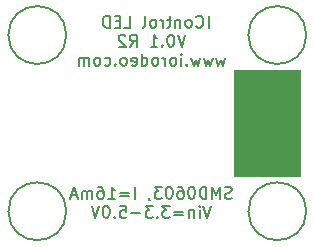
<source format=gbo>
%TF.GenerationSoftware,KiCad,Pcbnew,9.0.1-9.0.1-0~ubuntu22.04.1*%
%TF.CreationDate,2025-09-19T12:19:46-07:00*%
%TF.ProjectId,SMD0603_16mA,534d4430-3630-4335-9f31-366d412e6b69,rev?*%
%TF.SameCoordinates,Original*%
%TF.FileFunction,Legend,Bot*%
%TF.FilePolarity,Positive*%
%FSLAX46Y46*%
G04 Gerber Fmt 4.6, Leading zero omitted, Abs format (unit mm)*
G04 Created by KiCad (PCBNEW 9.0.1-9.0.1-0~ubuntu22.04.1) date 2025-09-19 12:19:46*
%MOMM*%
%LPD*%
G01*
G04 APERTURE LIST*
%ADD10C,0.150000*%
%ADD11C,0.120000*%
G04 APERTURE END LIST*
D10*
X67033333Y-51905099D02*
X67033333Y-50905099D01*
X65985715Y-51809860D02*
X66033334Y-51857480D01*
X66033334Y-51857480D02*
X66176191Y-51905099D01*
X66176191Y-51905099D02*
X66271429Y-51905099D01*
X66271429Y-51905099D02*
X66414286Y-51857480D01*
X66414286Y-51857480D02*
X66509524Y-51762241D01*
X66509524Y-51762241D02*
X66557143Y-51667003D01*
X66557143Y-51667003D02*
X66604762Y-51476527D01*
X66604762Y-51476527D02*
X66604762Y-51333670D01*
X66604762Y-51333670D02*
X66557143Y-51143194D01*
X66557143Y-51143194D02*
X66509524Y-51047956D01*
X66509524Y-51047956D02*
X66414286Y-50952718D01*
X66414286Y-50952718D02*
X66271429Y-50905099D01*
X66271429Y-50905099D02*
X66176191Y-50905099D01*
X66176191Y-50905099D02*
X66033334Y-50952718D01*
X66033334Y-50952718D02*
X65985715Y-51000337D01*
X65414286Y-51905099D02*
X65509524Y-51857480D01*
X65509524Y-51857480D02*
X65557143Y-51809860D01*
X65557143Y-51809860D02*
X65604762Y-51714622D01*
X65604762Y-51714622D02*
X65604762Y-51428908D01*
X65604762Y-51428908D02*
X65557143Y-51333670D01*
X65557143Y-51333670D02*
X65509524Y-51286051D01*
X65509524Y-51286051D02*
X65414286Y-51238432D01*
X65414286Y-51238432D02*
X65271429Y-51238432D01*
X65271429Y-51238432D02*
X65176191Y-51286051D01*
X65176191Y-51286051D02*
X65128572Y-51333670D01*
X65128572Y-51333670D02*
X65080953Y-51428908D01*
X65080953Y-51428908D02*
X65080953Y-51714622D01*
X65080953Y-51714622D02*
X65128572Y-51809860D01*
X65128572Y-51809860D02*
X65176191Y-51857480D01*
X65176191Y-51857480D02*
X65271429Y-51905099D01*
X65271429Y-51905099D02*
X65414286Y-51905099D01*
X64652381Y-51238432D02*
X64652381Y-51905099D01*
X64652381Y-51333670D02*
X64604762Y-51286051D01*
X64604762Y-51286051D02*
X64509524Y-51238432D01*
X64509524Y-51238432D02*
X64366667Y-51238432D01*
X64366667Y-51238432D02*
X64271429Y-51286051D01*
X64271429Y-51286051D02*
X64223810Y-51381289D01*
X64223810Y-51381289D02*
X64223810Y-51905099D01*
X63890476Y-51238432D02*
X63509524Y-51238432D01*
X63747619Y-50905099D02*
X63747619Y-51762241D01*
X63747619Y-51762241D02*
X63700000Y-51857480D01*
X63700000Y-51857480D02*
X63604762Y-51905099D01*
X63604762Y-51905099D02*
X63509524Y-51905099D01*
X63176190Y-51905099D02*
X63176190Y-51238432D01*
X63176190Y-51428908D02*
X63128571Y-51333670D01*
X63128571Y-51333670D02*
X63080952Y-51286051D01*
X63080952Y-51286051D02*
X62985714Y-51238432D01*
X62985714Y-51238432D02*
X62890476Y-51238432D01*
X62414285Y-51905099D02*
X62509523Y-51857480D01*
X62509523Y-51857480D02*
X62557142Y-51809860D01*
X62557142Y-51809860D02*
X62604761Y-51714622D01*
X62604761Y-51714622D02*
X62604761Y-51428908D01*
X62604761Y-51428908D02*
X62557142Y-51333670D01*
X62557142Y-51333670D02*
X62509523Y-51286051D01*
X62509523Y-51286051D02*
X62414285Y-51238432D01*
X62414285Y-51238432D02*
X62271428Y-51238432D01*
X62271428Y-51238432D02*
X62176190Y-51286051D01*
X62176190Y-51286051D02*
X62128571Y-51333670D01*
X62128571Y-51333670D02*
X62080952Y-51428908D01*
X62080952Y-51428908D02*
X62080952Y-51714622D01*
X62080952Y-51714622D02*
X62128571Y-51809860D01*
X62128571Y-51809860D02*
X62176190Y-51857480D01*
X62176190Y-51857480D02*
X62271428Y-51905099D01*
X62271428Y-51905099D02*
X62414285Y-51905099D01*
X61509523Y-51905099D02*
X61604761Y-51857480D01*
X61604761Y-51857480D02*
X61652380Y-51762241D01*
X61652380Y-51762241D02*
X61652380Y-50905099D01*
X59890475Y-51905099D02*
X60366665Y-51905099D01*
X60366665Y-51905099D02*
X60366665Y-50905099D01*
X59557141Y-51381289D02*
X59223808Y-51381289D01*
X59080951Y-51905099D02*
X59557141Y-51905099D01*
X59557141Y-51905099D02*
X59557141Y-50905099D01*
X59557141Y-50905099D02*
X59080951Y-50905099D01*
X58652379Y-51905099D02*
X58652379Y-50905099D01*
X58652379Y-50905099D02*
X58414284Y-50905099D01*
X58414284Y-50905099D02*
X58271427Y-50952718D01*
X58271427Y-50952718D02*
X58176189Y-51047956D01*
X58176189Y-51047956D02*
X58128570Y-51143194D01*
X58128570Y-51143194D02*
X58080951Y-51333670D01*
X58080951Y-51333670D02*
X58080951Y-51476527D01*
X58080951Y-51476527D02*
X58128570Y-51667003D01*
X58128570Y-51667003D02*
X58176189Y-51762241D01*
X58176189Y-51762241D02*
X58271427Y-51857480D01*
X58271427Y-51857480D02*
X58414284Y-51905099D01*
X58414284Y-51905099D02*
X58652379Y-51905099D01*
X65080951Y-52515043D02*
X64747618Y-53515043D01*
X64747618Y-53515043D02*
X64414285Y-52515043D01*
X63890475Y-52515043D02*
X63795237Y-52515043D01*
X63795237Y-52515043D02*
X63699999Y-52562662D01*
X63699999Y-52562662D02*
X63652380Y-52610281D01*
X63652380Y-52610281D02*
X63604761Y-52705519D01*
X63604761Y-52705519D02*
X63557142Y-52895995D01*
X63557142Y-52895995D02*
X63557142Y-53134090D01*
X63557142Y-53134090D02*
X63604761Y-53324566D01*
X63604761Y-53324566D02*
X63652380Y-53419804D01*
X63652380Y-53419804D02*
X63699999Y-53467424D01*
X63699999Y-53467424D02*
X63795237Y-53515043D01*
X63795237Y-53515043D02*
X63890475Y-53515043D01*
X63890475Y-53515043D02*
X63985713Y-53467424D01*
X63985713Y-53467424D02*
X64033332Y-53419804D01*
X64033332Y-53419804D02*
X64080951Y-53324566D01*
X64080951Y-53324566D02*
X64128570Y-53134090D01*
X64128570Y-53134090D02*
X64128570Y-52895995D01*
X64128570Y-52895995D02*
X64080951Y-52705519D01*
X64080951Y-52705519D02*
X64033332Y-52610281D01*
X64033332Y-52610281D02*
X63985713Y-52562662D01*
X63985713Y-52562662D02*
X63890475Y-52515043D01*
X63128570Y-53419804D02*
X63080951Y-53467424D01*
X63080951Y-53467424D02*
X63128570Y-53515043D01*
X63128570Y-53515043D02*
X63176189Y-53467424D01*
X63176189Y-53467424D02*
X63128570Y-53419804D01*
X63128570Y-53419804D02*
X63128570Y-53515043D01*
X62128571Y-53515043D02*
X62699999Y-53515043D01*
X62414285Y-53515043D02*
X62414285Y-52515043D01*
X62414285Y-52515043D02*
X62509523Y-52657900D01*
X62509523Y-52657900D02*
X62604761Y-52753138D01*
X62604761Y-52753138D02*
X62699999Y-52800757D01*
X60366666Y-53515043D02*
X60699999Y-53038852D01*
X60938094Y-53515043D02*
X60938094Y-52515043D01*
X60938094Y-52515043D02*
X60557142Y-52515043D01*
X60557142Y-52515043D02*
X60461904Y-52562662D01*
X60461904Y-52562662D02*
X60414285Y-52610281D01*
X60414285Y-52610281D02*
X60366666Y-52705519D01*
X60366666Y-52705519D02*
X60366666Y-52848376D01*
X60366666Y-52848376D02*
X60414285Y-52943614D01*
X60414285Y-52943614D02*
X60461904Y-52991233D01*
X60461904Y-52991233D02*
X60557142Y-53038852D01*
X60557142Y-53038852D02*
X60938094Y-53038852D01*
X59985713Y-52610281D02*
X59938094Y-52562662D01*
X59938094Y-52562662D02*
X59842856Y-52515043D01*
X59842856Y-52515043D02*
X59604761Y-52515043D01*
X59604761Y-52515043D02*
X59509523Y-52562662D01*
X59509523Y-52562662D02*
X59461904Y-52610281D01*
X59461904Y-52610281D02*
X59414285Y-52705519D01*
X59414285Y-52705519D02*
X59414285Y-52800757D01*
X59414285Y-52800757D02*
X59461904Y-52943614D01*
X59461904Y-52943614D02*
X60033332Y-53515043D01*
X60033332Y-53515043D02*
X59414285Y-53515043D01*
X68438094Y-54458320D02*
X68247618Y-55124987D01*
X68247618Y-55124987D02*
X68057142Y-54648796D01*
X68057142Y-54648796D02*
X67866666Y-55124987D01*
X67866666Y-55124987D02*
X67676190Y-54458320D01*
X67390475Y-54458320D02*
X67199999Y-55124987D01*
X67199999Y-55124987D02*
X67009523Y-54648796D01*
X67009523Y-54648796D02*
X66819047Y-55124987D01*
X66819047Y-55124987D02*
X66628571Y-54458320D01*
X66342856Y-54458320D02*
X66152380Y-55124987D01*
X66152380Y-55124987D02*
X65961904Y-54648796D01*
X65961904Y-54648796D02*
X65771428Y-55124987D01*
X65771428Y-55124987D02*
X65580952Y-54458320D01*
X65199999Y-55029748D02*
X65152380Y-55077368D01*
X65152380Y-55077368D02*
X65199999Y-55124987D01*
X65199999Y-55124987D02*
X65247618Y-55077368D01*
X65247618Y-55077368D02*
X65199999Y-55029748D01*
X65199999Y-55029748D02*
X65199999Y-55124987D01*
X64723809Y-55124987D02*
X64723809Y-54458320D01*
X64723809Y-54124987D02*
X64771428Y-54172606D01*
X64771428Y-54172606D02*
X64723809Y-54220225D01*
X64723809Y-54220225D02*
X64676190Y-54172606D01*
X64676190Y-54172606D02*
X64723809Y-54124987D01*
X64723809Y-54124987D02*
X64723809Y-54220225D01*
X64104762Y-55124987D02*
X64200000Y-55077368D01*
X64200000Y-55077368D02*
X64247619Y-55029748D01*
X64247619Y-55029748D02*
X64295238Y-54934510D01*
X64295238Y-54934510D02*
X64295238Y-54648796D01*
X64295238Y-54648796D02*
X64247619Y-54553558D01*
X64247619Y-54553558D02*
X64200000Y-54505939D01*
X64200000Y-54505939D02*
X64104762Y-54458320D01*
X64104762Y-54458320D02*
X63961905Y-54458320D01*
X63961905Y-54458320D02*
X63866667Y-54505939D01*
X63866667Y-54505939D02*
X63819048Y-54553558D01*
X63819048Y-54553558D02*
X63771429Y-54648796D01*
X63771429Y-54648796D02*
X63771429Y-54934510D01*
X63771429Y-54934510D02*
X63819048Y-55029748D01*
X63819048Y-55029748D02*
X63866667Y-55077368D01*
X63866667Y-55077368D02*
X63961905Y-55124987D01*
X63961905Y-55124987D02*
X64104762Y-55124987D01*
X63342857Y-55124987D02*
X63342857Y-54458320D01*
X63342857Y-54648796D02*
X63295238Y-54553558D01*
X63295238Y-54553558D02*
X63247619Y-54505939D01*
X63247619Y-54505939D02*
X63152381Y-54458320D01*
X63152381Y-54458320D02*
X63057143Y-54458320D01*
X62580952Y-55124987D02*
X62676190Y-55077368D01*
X62676190Y-55077368D02*
X62723809Y-55029748D01*
X62723809Y-55029748D02*
X62771428Y-54934510D01*
X62771428Y-54934510D02*
X62771428Y-54648796D01*
X62771428Y-54648796D02*
X62723809Y-54553558D01*
X62723809Y-54553558D02*
X62676190Y-54505939D01*
X62676190Y-54505939D02*
X62580952Y-54458320D01*
X62580952Y-54458320D02*
X62438095Y-54458320D01*
X62438095Y-54458320D02*
X62342857Y-54505939D01*
X62342857Y-54505939D02*
X62295238Y-54553558D01*
X62295238Y-54553558D02*
X62247619Y-54648796D01*
X62247619Y-54648796D02*
X62247619Y-54934510D01*
X62247619Y-54934510D02*
X62295238Y-55029748D01*
X62295238Y-55029748D02*
X62342857Y-55077368D01*
X62342857Y-55077368D02*
X62438095Y-55124987D01*
X62438095Y-55124987D02*
X62580952Y-55124987D01*
X61390476Y-55124987D02*
X61390476Y-54124987D01*
X61390476Y-55077368D02*
X61485714Y-55124987D01*
X61485714Y-55124987D02*
X61676190Y-55124987D01*
X61676190Y-55124987D02*
X61771428Y-55077368D01*
X61771428Y-55077368D02*
X61819047Y-55029748D01*
X61819047Y-55029748D02*
X61866666Y-54934510D01*
X61866666Y-54934510D02*
X61866666Y-54648796D01*
X61866666Y-54648796D02*
X61819047Y-54553558D01*
X61819047Y-54553558D02*
X61771428Y-54505939D01*
X61771428Y-54505939D02*
X61676190Y-54458320D01*
X61676190Y-54458320D02*
X61485714Y-54458320D01*
X61485714Y-54458320D02*
X61390476Y-54505939D01*
X60533333Y-55077368D02*
X60628571Y-55124987D01*
X60628571Y-55124987D02*
X60819047Y-55124987D01*
X60819047Y-55124987D02*
X60914285Y-55077368D01*
X60914285Y-55077368D02*
X60961904Y-54982129D01*
X60961904Y-54982129D02*
X60961904Y-54601177D01*
X60961904Y-54601177D02*
X60914285Y-54505939D01*
X60914285Y-54505939D02*
X60819047Y-54458320D01*
X60819047Y-54458320D02*
X60628571Y-54458320D01*
X60628571Y-54458320D02*
X60533333Y-54505939D01*
X60533333Y-54505939D02*
X60485714Y-54601177D01*
X60485714Y-54601177D02*
X60485714Y-54696415D01*
X60485714Y-54696415D02*
X60961904Y-54791653D01*
X59914285Y-55124987D02*
X60009523Y-55077368D01*
X60009523Y-55077368D02*
X60057142Y-55029748D01*
X60057142Y-55029748D02*
X60104761Y-54934510D01*
X60104761Y-54934510D02*
X60104761Y-54648796D01*
X60104761Y-54648796D02*
X60057142Y-54553558D01*
X60057142Y-54553558D02*
X60009523Y-54505939D01*
X60009523Y-54505939D02*
X59914285Y-54458320D01*
X59914285Y-54458320D02*
X59771428Y-54458320D01*
X59771428Y-54458320D02*
X59676190Y-54505939D01*
X59676190Y-54505939D02*
X59628571Y-54553558D01*
X59628571Y-54553558D02*
X59580952Y-54648796D01*
X59580952Y-54648796D02*
X59580952Y-54934510D01*
X59580952Y-54934510D02*
X59628571Y-55029748D01*
X59628571Y-55029748D02*
X59676190Y-55077368D01*
X59676190Y-55077368D02*
X59771428Y-55124987D01*
X59771428Y-55124987D02*
X59914285Y-55124987D01*
X59152380Y-55029748D02*
X59104761Y-55077368D01*
X59104761Y-55077368D02*
X59152380Y-55124987D01*
X59152380Y-55124987D02*
X59199999Y-55077368D01*
X59199999Y-55077368D02*
X59152380Y-55029748D01*
X59152380Y-55029748D02*
X59152380Y-55124987D01*
X58247619Y-55077368D02*
X58342857Y-55124987D01*
X58342857Y-55124987D02*
X58533333Y-55124987D01*
X58533333Y-55124987D02*
X58628571Y-55077368D01*
X58628571Y-55077368D02*
X58676190Y-55029748D01*
X58676190Y-55029748D02*
X58723809Y-54934510D01*
X58723809Y-54934510D02*
X58723809Y-54648796D01*
X58723809Y-54648796D02*
X58676190Y-54553558D01*
X58676190Y-54553558D02*
X58628571Y-54505939D01*
X58628571Y-54505939D02*
X58533333Y-54458320D01*
X58533333Y-54458320D02*
X58342857Y-54458320D01*
X58342857Y-54458320D02*
X58247619Y-54505939D01*
X57676190Y-55124987D02*
X57771428Y-55077368D01*
X57771428Y-55077368D02*
X57819047Y-55029748D01*
X57819047Y-55029748D02*
X57866666Y-54934510D01*
X57866666Y-54934510D02*
X57866666Y-54648796D01*
X57866666Y-54648796D02*
X57819047Y-54553558D01*
X57819047Y-54553558D02*
X57771428Y-54505939D01*
X57771428Y-54505939D02*
X57676190Y-54458320D01*
X57676190Y-54458320D02*
X57533333Y-54458320D01*
X57533333Y-54458320D02*
X57438095Y-54505939D01*
X57438095Y-54505939D02*
X57390476Y-54553558D01*
X57390476Y-54553558D02*
X57342857Y-54648796D01*
X57342857Y-54648796D02*
X57342857Y-54934510D01*
X57342857Y-54934510D02*
X57390476Y-55029748D01*
X57390476Y-55029748D02*
X57438095Y-55077368D01*
X57438095Y-55077368D02*
X57533333Y-55124987D01*
X57533333Y-55124987D02*
X57676190Y-55124987D01*
X56914285Y-55124987D02*
X56914285Y-54458320D01*
X56914285Y-54553558D02*
X56866666Y-54505939D01*
X56866666Y-54505939D02*
X56771428Y-54458320D01*
X56771428Y-54458320D02*
X56628571Y-54458320D01*
X56628571Y-54458320D02*
X56533333Y-54505939D01*
X56533333Y-54505939D02*
X56485714Y-54601177D01*
X56485714Y-54601177D02*
X56485714Y-55124987D01*
X56485714Y-54601177D02*
X56438095Y-54505939D01*
X56438095Y-54505939D02*
X56342857Y-54458320D01*
X56342857Y-54458320D02*
X56200000Y-54458320D01*
X56200000Y-54458320D02*
X56104761Y-54505939D01*
X56104761Y-54505939D02*
X56057142Y-54601177D01*
X56057142Y-54601177D02*
X56057142Y-55124987D01*
X68985713Y-66346976D02*
X68842856Y-66394595D01*
X68842856Y-66394595D02*
X68604761Y-66394595D01*
X68604761Y-66394595D02*
X68509523Y-66346976D01*
X68509523Y-66346976D02*
X68461904Y-66299356D01*
X68461904Y-66299356D02*
X68414285Y-66204118D01*
X68414285Y-66204118D02*
X68414285Y-66108880D01*
X68414285Y-66108880D02*
X68461904Y-66013642D01*
X68461904Y-66013642D02*
X68509523Y-65966023D01*
X68509523Y-65966023D02*
X68604761Y-65918404D01*
X68604761Y-65918404D02*
X68795237Y-65870785D01*
X68795237Y-65870785D02*
X68890475Y-65823166D01*
X68890475Y-65823166D02*
X68938094Y-65775547D01*
X68938094Y-65775547D02*
X68985713Y-65680309D01*
X68985713Y-65680309D02*
X68985713Y-65585071D01*
X68985713Y-65585071D02*
X68938094Y-65489833D01*
X68938094Y-65489833D02*
X68890475Y-65442214D01*
X68890475Y-65442214D02*
X68795237Y-65394595D01*
X68795237Y-65394595D02*
X68557142Y-65394595D01*
X68557142Y-65394595D02*
X68414285Y-65442214D01*
X67985713Y-66394595D02*
X67985713Y-65394595D01*
X67985713Y-65394595D02*
X67652380Y-66108880D01*
X67652380Y-66108880D02*
X67319047Y-65394595D01*
X67319047Y-65394595D02*
X67319047Y-66394595D01*
X66842856Y-66394595D02*
X66842856Y-65394595D01*
X66842856Y-65394595D02*
X66604761Y-65394595D01*
X66604761Y-65394595D02*
X66461904Y-65442214D01*
X66461904Y-65442214D02*
X66366666Y-65537452D01*
X66366666Y-65537452D02*
X66319047Y-65632690D01*
X66319047Y-65632690D02*
X66271428Y-65823166D01*
X66271428Y-65823166D02*
X66271428Y-65966023D01*
X66271428Y-65966023D02*
X66319047Y-66156499D01*
X66319047Y-66156499D02*
X66366666Y-66251737D01*
X66366666Y-66251737D02*
X66461904Y-66346976D01*
X66461904Y-66346976D02*
X66604761Y-66394595D01*
X66604761Y-66394595D02*
X66842856Y-66394595D01*
X65652380Y-65394595D02*
X65557142Y-65394595D01*
X65557142Y-65394595D02*
X65461904Y-65442214D01*
X65461904Y-65442214D02*
X65414285Y-65489833D01*
X65414285Y-65489833D02*
X65366666Y-65585071D01*
X65366666Y-65585071D02*
X65319047Y-65775547D01*
X65319047Y-65775547D02*
X65319047Y-66013642D01*
X65319047Y-66013642D02*
X65366666Y-66204118D01*
X65366666Y-66204118D02*
X65414285Y-66299356D01*
X65414285Y-66299356D02*
X65461904Y-66346976D01*
X65461904Y-66346976D02*
X65557142Y-66394595D01*
X65557142Y-66394595D02*
X65652380Y-66394595D01*
X65652380Y-66394595D02*
X65747618Y-66346976D01*
X65747618Y-66346976D02*
X65795237Y-66299356D01*
X65795237Y-66299356D02*
X65842856Y-66204118D01*
X65842856Y-66204118D02*
X65890475Y-66013642D01*
X65890475Y-66013642D02*
X65890475Y-65775547D01*
X65890475Y-65775547D02*
X65842856Y-65585071D01*
X65842856Y-65585071D02*
X65795237Y-65489833D01*
X65795237Y-65489833D02*
X65747618Y-65442214D01*
X65747618Y-65442214D02*
X65652380Y-65394595D01*
X64461904Y-65394595D02*
X64652380Y-65394595D01*
X64652380Y-65394595D02*
X64747618Y-65442214D01*
X64747618Y-65442214D02*
X64795237Y-65489833D01*
X64795237Y-65489833D02*
X64890475Y-65632690D01*
X64890475Y-65632690D02*
X64938094Y-65823166D01*
X64938094Y-65823166D02*
X64938094Y-66204118D01*
X64938094Y-66204118D02*
X64890475Y-66299356D01*
X64890475Y-66299356D02*
X64842856Y-66346976D01*
X64842856Y-66346976D02*
X64747618Y-66394595D01*
X64747618Y-66394595D02*
X64557142Y-66394595D01*
X64557142Y-66394595D02*
X64461904Y-66346976D01*
X64461904Y-66346976D02*
X64414285Y-66299356D01*
X64414285Y-66299356D02*
X64366666Y-66204118D01*
X64366666Y-66204118D02*
X64366666Y-65966023D01*
X64366666Y-65966023D02*
X64414285Y-65870785D01*
X64414285Y-65870785D02*
X64461904Y-65823166D01*
X64461904Y-65823166D02*
X64557142Y-65775547D01*
X64557142Y-65775547D02*
X64747618Y-65775547D01*
X64747618Y-65775547D02*
X64842856Y-65823166D01*
X64842856Y-65823166D02*
X64890475Y-65870785D01*
X64890475Y-65870785D02*
X64938094Y-65966023D01*
X63747618Y-65394595D02*
X63652380Y-65394595D01*
X63652380Y-65394595D02*
X63557142Y-65442214D01*
X63557142Y-65442214D02*
X63509523Y-65489833D01*
X63509523Y-65489833D02*
X63461904Y-65585071D01*
X63461904Y-65585071D02*
X63414285Y-65775547D01*
X63414285Y-65775547D02*
X63414285Y-66013642D01*
X63414285Y-66013642D02*
X63461904Y-66204118D01*
X63461904Y-66204118D02*
X63509523Y-66299356D01*
X63509523Y-66299356D02*
X63557142Y-66346976D01*
X63557142Y-66346976D02*
X63652380Y-66394595D01*
X63652380Y-66394595D02*
X63747618Y-66394595D01*
X63747618Y-66394595D02*
X63842856Y-66346976D01*
X63842856Y-66346976D02*
X63890475Y-66299356D01*
X63890475Y-66299356D02*
X63938094Y-66204118D01*
X63938094Y-66204118D02*
X63985713Y-66013642D01*
X63985713Y-66013642D02*
X63985713Y-65775547D01*
X63985713Y-65775547D02*
X63938094Y-65585071D01*
X63938094Y-65585071D02*
X63890475Y-65489833D01*
X63890475Y-65489833D02*
X63842856Y-65442214D01*
X63842856Y-65442214D02*
X63747618Y-65394595D01*
X63080951Y-65394595D02*
X62461904Y-65394595D01*
X62461904Y-65394595D02*
X62795237Y-65775547D01*
X62795237Y-65775547D02*
X62652380Y-65775547D01*
X62652380Y-65775547D02*
X62557142Y-65823166D01*
X62557142Y-65823166D02*
X62509523Y-65870785D01*
X62509523Y-65870785D02*
X62461904Y-65966023D01*
X62461904Y-65966023D02*
X62461904Y-66204118D01*
X62461904Y-66204118D02*
X62509523Y-66299356D01*
X62509523Y-66299356D02*
X62557142Y-66346976D01*
X62557142Y-66346976D02*
X62652380Y-66394595D01*
X62652380Y-66394595D02*
X62938094Y-66394595D01*
X62938094Y-66394595D02*
X63033332Y-66346976D01*
X63033332Y-66346976D02*
X63080951Y-66299356D01*
X61985713Y-66346976D02*
X61985713Y-66394595D01*
X61985713Y-66394595D02*
X62033332Y-66489833D01*
X62033332Y-66489833D02*
X62080951Y-66537452D01*
X60795237Y-66394595D02*
X60795237Y-65394595D01*
X60319047Y-65870785D02*
X59557143Y-65870785D01*
X59557143Y-66156499D02*
X60319047Y-66156499D01*
X58557143Y-66394595D02*
X59128571Y-66394595D01*
X58842857Y-66394595D02*
X58842857Y-65394595D01*
X58842857Y-65394595D02*
X58938095Y-65537452D01*
X58938095Y-65537452D02*
X59033333Y-65632690D01*
X59033333Y-65632690D02*
X59128571Y-65680309D01*
X57700000Y-65394595D02*
X57890476Y-65394595D01*
X57890476Y-65394595D02*
X57985714Y-65442214D01*
X57985714Y-65442214D02*
X58033333Y-65489833D01*
X58033333Y-65489833D02*
X58128571Y-65632690D01*
X58128571Y-65632690D02*
X58176190Y-65823166D01*
X58176190Y-65823166D02*
X58176190Y-66204118D01*
X58176190Y-66204118D02*
X58128571Y-66299356D01*
X58128571Y-66299356D02*
X58080952Y-66346976D01*
X58080952Y-66346976D02*
X57985714Y-66394595D01*
X57985714Y-66394595D02*
X57795238Y-66394595D01*
X57795238Y-66394595D02*
X57700000Y-66346976D01*
X57700000Y-66346976D02*
X57652381Y-66299356D01*
X57652381Y-66299356D02*
X57604762Y-66204118D01*
X57604762Y-66204118D02*
X57604762Y-65966023D01*
X57604762Y-65966023D02*
X57652381Y-65870785D01*
X57652381Y-65870785D02*
X57700000Y-65823166D01*
X57700000Y-65823166D02*
X57795238Y-65775547D01*
X57795238Y-65775547D02*
X57985714Y-65775547D01*
X57985714Y-65775547D02*
X58080952Y-65823166D01*
X58080952Y-65823166D02*
X58128571Y-65870785D01*
X58128571Y-65870785D02*
X58176190Y-65966023D01*
X57176190Y-66394595D02*
X57176190Y-65727928D01*
X57176190Y-65823166D02*
X57128571Y-65775547D01*
X57128571Y-65775547D02*
X57033333Y-65727928D01*
X57033333Y-65727928D02*
X56890476Y-65727928D01*
X56890476Y-65727928D02*
X56795238Y-65775547D01*
X56795238Y-65775547D02*
X56747619Y-65870785D01*
X56747619Y-65870785D02*
X56747619Y-66394595D01*
X56747619Y-65870785D02*
X56700000Y-65775547D01*
X56700000Y-65775547D02*
X56604762Y-65727928D01*
X56604762Y-65727928D02*
X56461905Y-65727928D01*
X56461905Y-65727928D02*
X56366666Y-65775547D01*
X56366666Y-65775547D02*
X56319047Y-65870785D01*
X56319047Y-65870785D02*
X56319047Y-66394595D01*
X55890476Y-66108880D02*
X55414286Y-66108880D01*
X55985714Y-66394595D02*
X55652381Y-65394595D01*
X55652381Y-65394595D02*
X55319048Y-66394595D01*
X67271427Y-67004539D02*
X66938094Y-68004539D01*
X66938094Y-68004539D02*
X66604761Y-67004539D01*
X66271427Y-68004539D02*
X66271427Y-67337872D01*
X66271427Y-67004539D02*
X66319046Y-67052158D01*
X66319046Y-67052158D02*
X66271427Y-67099777D01*
X66271427Y-67099777D02*
X66223808Y-67052158D01*
X66223808Y-67052158D02*
X66271427Y-67004539D01*
X66271427Y-67004539D02*
X66271427Y-67099777D01*
X65795237Y-67337872D02*
X65795237Y-68004539D01*
X65795237Y-67433110D02*
X65747618Y-67385491D01*
X65747618Y-67385491D02*
X65652380Y-67337872D01*
X65652380Y-67337872D02*
X65509523Y-67337872D01*
X65509523Y-67337872D02*
X65414285Y-67385491D01*
X65414285Y-67385491D02*
X65366666Y-67480729D01*
X65366666Y-67480729D02*
X65366666Y-68004539D01*
X64890475Y-67480729D02*
X64128571Y-67480729D01*
X64128571Y-67766443D02*
X64890475Y-67766443D01*
X63747618Y-67004539D02*
X63128571Y-67004539D01*
X63128571Y-67004539D02*
X63461904Y-67385491D01*
X63461904Y-67385491D02*
X63319047Y-67385491D01*
X63319047Y-67385491D02*
X63223809Y-67433110D01*
X63223809Y-67433110D02*
X63176190Y-67480729D01*
X63176190Y-67480729D02*
X63128571Y-67575967D01*
X63128571Y-67575967D02*
X63128571Y-67814062D01*
X63128571Y-67814062D02*
X63176190Y-67909300D01*
X63176190Y-67909300D02*
X63223809Y-67956920D01*
X63223809Y-67956920D02*
X63319047Y-68004539D01*
X63319047Y-68004539D02*
X63604761Y-68004539D01*
X63604761Y-68004539D02*
X63699999Y-67956920D01*
X63699999Y-67956920D02*
X63747618Y-67909300D01*
X62699999Y-67909300D02*
X62652380Y-67956920D01*
X62652380Y-67956920D02*
X62699999Y-68004539D01*
X62699999Y-68004539D02*
X62747618Y-67956920D01*
X62747618Y-67956920D02*
X62699999Y-67909300D01*
X62699999Y-67909300D02*
X62699999Y-68004539D01*
X62319047Y-67004539D02*
X61700000Y-67004539D01*
X61700000Y-67004539D02*
X62033333Y-67385491D01*
X62033333Y-67385491D02*
X61890476Y-67385491D01*
X61890476Y-67385491D02*
X61795238Y-67433110D01*
X61795238Y-67433110D02*
X61747619Y-67480729D01*
X61747619Y-67480729D02*
X61700000Y-67575967D01*
X61700000Y-67575967D02*
X61700000Y-67814062D01*
X61700000Y-67814062D02*
X61747619Y-67909300D01*
X61747619Y-67909300D02*
X61795238Y-67956920D01*
X61795238Y-67956920D02*
X61890476Y-68004539D01*
X61890476Y-68004539D02*
X62176190Y-68004539D01*
X62176190Y-68004539D02*
X62271428Y-67956920D01*
X62271428Y-67956920D02*
X62319047Y-67909300D01*
X61271428Y-67623586D02*
X60509524Y-67623586D01*
X59557143Y-67004539D02*
X60033333Y-67004539D01*
X60033333Y-67004539D02*
X60080952Y-67480729D01*
X60080952Y-67480729D02*
X60033333Y-67433110D01*
X60033333Y-67433110D02*
X59938095Y-67385491D01*
X59938095Y-67385491D02*
X59700000Y-67385491D01*
X59700000Y-67385491D02*
X59604762Y-67433110D01*
X59604762Y-67433110D02*
X59557143Y-67480729D01*
X59557143Y-67480729D02*
X59509524Y-67575967D01*
X59509524Y-67575967D02*
X59509524Y-67814062D01*
X59509524Y-67814062D02*
X59557143Y-67909300D01*
X59557143Y-67909300D02*
X59604762Y-67956920D01*
X59604762Y-67956920D02*
X59700000Y-68004539D01*
X59700000Y-68004539D02*
X59938095Y-68004539D01*
X59938095Y-68004539D02*
X60033333Y-67956920D01*
X60033333Y-67956920D02*
X60080952Y-67909300D01*
X59080952Y-67909300D02*
X59033333Y-67956920D01*
X59033333Y-67956920D02*
X59080952Y-68004539D01*
X59080952Y-68004539D02*
X59128571Y-67956920D01*
X59128571Y-67956920D02*
X59080952Y-67909300D01*
X59080952Y-67909300D02*
X59080952Y-68004539D01*
X58414286Y-67004539D02*
X58319048Y-67004539D01*
X58319048Y-67004539D02*
X58223810Y-67052158D01*
X58223810Y-67052158D02*
X58176191Y-67099777D01*
X58176191Y-67099777D02*
X58128572Y-67195015D01*
X58128572Y-67195015D02*
X58080953Y-67385491D01*
X58080953Y-67385491D02*
X58080953Y-67623586D01*
X58080953Y-67623586D02*
X58128572Y-67814062D01*
X58128572Y-67814062D02*
X58176191Y-67909300D01*
X58176191Y-67909300D02*
X58223810Y-67956920D01*
X58223810Y-67956920D02*
X58319048Y-68004539D01*
X58319048Y-68004539D02*
X58414286Y-68004539D01*
X58414286Y-68004539D02*
X58509524Y-67956920D01*
X58509524Y-67956920D02*
X58557143Y-67909300D01*
X58557143Y-67909300D02*
X58604762Y-67814062D01*
X58604762Y-67814062D02*
X58652381Y-67623586D01*
X58652381Y-67623586D02*
X58652381Y-67385491D01*
X58652381Y-67385491D02*
X58604762Y-67195015D01*
X58604762Y-67195015D02*
X58557143Y-67099777D01*
X58557143Y-67099777D02*
X58509524Y-67052158D01*
X58509524Y-67052158D02*
X58414286Y-67004539D01*
X57795238Y-67004539D02*
X57461905Y-68004539D01*
X57461905Y-68004539D02*
X57128572Y-67004539D01*
D11*
X69202300Y-55500000D02*
X74777600Y-55500000D01*
X74777600Y-64500000D01*
X69202300Y-64500000D01*
X69202300Y-55500000D01*
G36*
X69202300Y-55500000D02*
G01*
X74777600Y-55500000D01*
X74777600Y-64500000D01*
X69202300Y-64500000D01*
X69202300Y-55500000D01*
G37*
D10*
%TO.C,M1*%
X54990000Y-52540000D02*
G75*
G02*
X50090000Y-52540000I-2450000J0D01*
G01*
X50090000Y-52540000D02*
G75*
G02*
X54990000Y-52540000I2450000J0D01*
G01*
%TO.C,M2*%
X75310000Y-52540000D02*
G75*
G02*
X70410000Y-52540000I-2450000J0D01*
G01*
X70410000Y-52540000D02*
G75*
G02*
X75310000Y-52540000I2450000J0D01*
G01*
%TO.C,M3*%
X75310000Y-67460000D02*
G75*
G02*
X70410000Y-67460000I-2450000J0D01*
G01*
X70410000Y-67460000D02*
G75*
G02*
X75310000Y-67460000I2450000J0D01*
G01*
%TO.C,M4*%
X54990000Y-67460000D02*
G75*
G02*
X50090000Y-67460000I-2450000J0D01*
G01*
X50090000Y-67460000D02*
G75*
G02*
X54990000Y-67460000I2450000J0D01*
G01*
%TD*%
M02*

</source>
